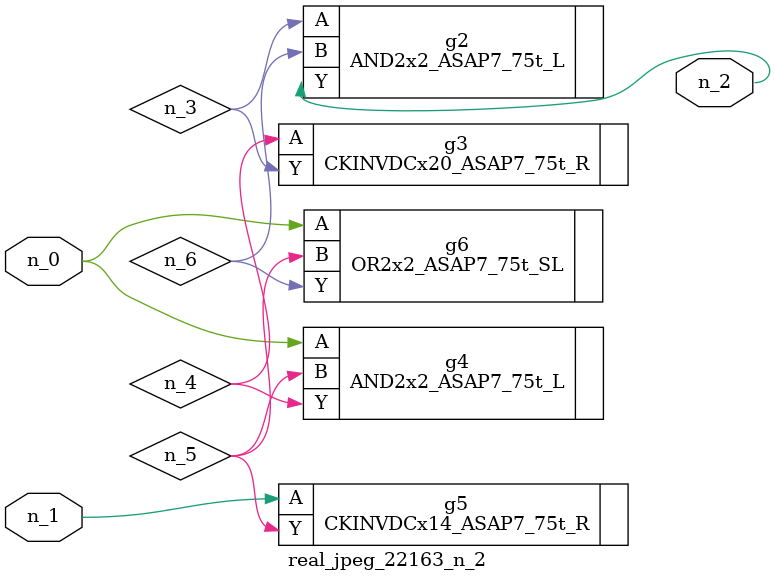
<source format=v>
module real_jpeg_22163_n_2 (n_1, n_0, n_2);

input n_1;
input n_0;

output n_2;

wire n_5;
wire n_4;
wire n_6;
wire n_3;

AND2x2_ASAP7_75t_L g4 ( 
.A(n_0),
.B(n_5),
.Y(n_4)
);

OR2x2_ASAP7_75t_SL g6 ( 
.A(n_0),
.B(n_5),
.Y(n_6)
);

CKINVDCx14_ASAP7_75t_R g5 ( 
.A(n_1),
.Y(n_5)
);

AND2x2_ASAP7_75t_L g2 ( 
.A(n_3),
.B(n_6),
.Y(n_2)
);

CKINVDCx20_ASAP7_75t_R g3 ( 
.A(n_4),
.Y(n_3)
);


endmodule
</source>
